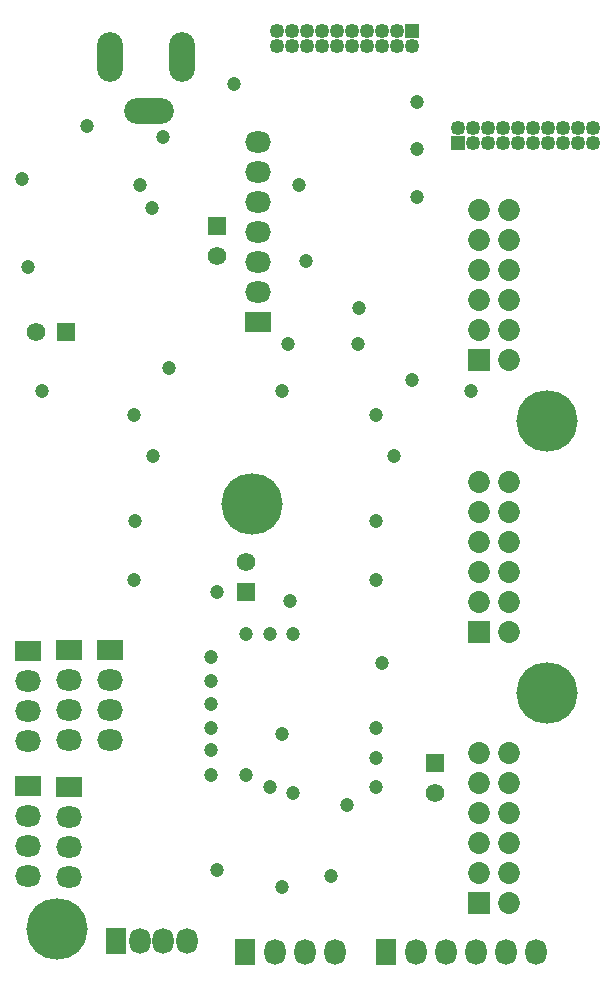
<source format=gbr>
%TF.GenerationSoftware,Altium Limited,Altium Designer,21.2.1 (34)*%
G04 Layer_Color=16711935*
%FSLAX45Y45*%
%MOMM*%
%TF.SameCoordinates,1A5297F3-7C59-4284-9812-4E6276DD2B67*%
%TF.FilePolarity,Negative*%
%TF.FileFunction,Soldermask,Bot*%
%TF.Part,Single*%
G01*
G75*
%TA.AperFunction,ComponentPad*%
%ADD40R,1.57000X1.57000*%
%ADD41C,1.57000*%
%ADD44R,1.57000X1.57000*%
%ADD47C,1.25320*%
%ADD48R,1.25320X1.25320*%
%ADD49R,2.20320X1.80320*%
%ADD50O,2.20320X1.80320*%
%ADD51O,1.80320X2.20320*%
%ADD52R,1.80320X2.20320*%
%ADD53O,4.20320X2.20320*%
%ADD54O,2.20320X4.20320*%
%ADD55R,1.85320X1.85320*%
%ADD56C,1.85320*%
%TA.AperFunction,ViaPad*%
%ADD57C,5.20320*%
%ADD58C,1.20320*%
D40*
X477000Y5400000D02*
D03*
D41*
X223000D02*
D03*
X1750000Y6046000D02*
D03*
X3600000Y1496000D02*
D03*
X2000000Y3454000D02*
D03*
D44*
X1750000Y6300000D02*
D03*
X3600000Y1750000D02*
D03*
X2000000Y3200000D02*
D03*
D47*
X4935000Y7127000D02*
D03*
Y7000000D02*
D03*
X4808000Y7127000D02*
D03*
Y7000000D02*
D03*
X4681000Y7127000D02*
D03*
Y7000000D02*
D03*
X4554000Y7127000D02*
D03*
Y7000000D02*
D03*
X4427000Y7127000D02*
D03*
X4300000D02*
D03*
Y7000000D02*
D03*
X4173000Y7127000D02*
D03*
Y7000000D02*
D03*
X4046000Y7127000D02*
D03*
Y7000000D02*
D03*
X3919000Y7127000D02*
D03*
Y7000000D02*
D03*
X3792000Y7127000D02*
D03*
X4427000Y7000000D02*
D03*
X2265000Y7823000D02*
D03*
Y7950000D02*
D03*
X2392000Y7823000D02*
D03*
Y7950000D02*
D03*
X2519000Y7823000D02*
D03*
Y7950000D02*
D03*
X2646000Y7823000D02*
D03*
Y7950000D02*
D03*
X2773000Y7823000D02*
D03*
X2900000D02*
D03*
Y7950000D02*
D03*
X3027000Y7823000D02*
D03*
Y7950000D02*
D03*
X3154000Y7823000D02*
D03*
Y7950000D02*
D03*
X3281000Y7823000D02*
D03*
Y7950000D02*
D03*
X3408000Y7823000D02*
D03*
X2773000Y7950000D02*
D03*
D48*
X3792000Y7000000D02*
D03*
X3408000Y7950000D02*
D03*
D49*
X2100000Y5484000D02*
D03*
X500000Y2708000D02*
D03*
X850000Y2712000D02*
D03*
X150000Y2704000D02*
D03*
X500000Y1554000D02*
D03*
X150000Y1562000D02*
D03*
D50*
X2100000Y5738000D02*
D03*
Y5992000D02*
D03*
Y6246000D02*
D03*
Y6500000D02*
D03*
Y6754000D02*
D03*
Y7008000D02*
D03*
X500000Y1946000D02*
D03*
Y2200000D02*
D03*
Y2454000D02*
D03*
X850000Y1950000D02*
D03*
Y2204000D02*
D03*
Y2458000D02*
D03*
X150000Y2450000D02*
D03*
Y2196000D02*
D03*
Y1942000D02*
D03*
X500000Y792000D02*
D03*
Y1046000D02*
D03*
Y1300000D02*
D03*
X150000Y800000D02*
D03*
Y1054000D02*
D03*
Y1308000D02*
D03*
D51*
X4458000Y150000D02*
D03*
X4204000D02*
D03*
X3950000D02*
D03*
X3696000D02*
D03*
X3442000D02*
D03*
X1500000Y250000D02*
D03*
X1300000D02*
D03*
X1100000D02*
D03*
X2242000Y150000D02*
D03*
X2496000D02*
D03*
X2750000D02*
D03*
D52*
X3188000D02*
D03*
X900000Y250000D02*
D03*
X1988000Y150000D02*
D03*
D53*
X1175000Y7270000D02*
D03*
D54*
X1455000Y7730000D02*
D03*
X845000D02*
D03*
D55*
X3973000Y565000D02*
D03*
Y5165000D02*
D03*
Y2865000D02*
D03*
D56*
Y819000D02*
D03*
X4227000Y565000D02*
D03*
Y819000D02*
D03*
X3973000Y1327000D02*
D03*
X4227000D02*
D03*
X3973000Y1835000D02*
D03*
X4227000D02*
D03*
Y1581000D02*
D03*
X3973000D02*
D03*
X4227000Y1073000D02*
D03*
X3973000D02*
D03*
Y5419000D02*
D03*
X4227000Y5165000D02*
D03*
Y5419000D02*
D03*
X3973000Y5927000D02*
D03*
X4227000D02*
D03*
X3973000Y6435000D02*
D03*
X4227000D02*
D03*
Y6181000D02*
D03*
X3973000D02*
D03*
X4227000Y5673000D02*
D03*
X3973000D02*
D03*
Y3119000D02*
D03*
X4227000Y2865000D02*
D03*
Y3119000D02*
D03*
X3973000Y3627000D02*
D03*
X4227000D02*
D03*
X3973000Y4135000D02*
D03*
X4227000D02*
D03*
Y3881000D02*
D03*
X3973000D02*
D03*
X4227000Y3373000D02*
D03*
X3973000D02*
D03*
D57*
X2050000Y3950000D02*
D03*
X400000Y350000D02*
D03*
X4550000Y4650000D02*
D03*
Y2350000D02*
D03*
D58*
X2350000Y5300000D02*
D03*
X2504627Y6000000D02*
D03*
X3100000Y1550000D02*
D03*
X2717141Y800000D02*
D03*
X2953174Y5603174D02*
D03*
X3400000Y5000000D02*
D03*
X1900000Y7500000D02*
D03*
X1300000Y7050000D02*
D03*
X2369360Y3122209D02*
D03*
X3150000Y2600000D02*
D03*
X3100000Y1800000D02*
D03*
Y2050000D02*
D03*
X2000000Y1650000D02*
D03*
X2200000Y1550000D02*
D03*
X1700000Y1650000D02*
D03*
Y1866128D02*
D03*
Y2050000D02*
D03*
Y2250000D02*
D03*
Y2450000D02*
D03*
Y2650000D02*
D03*
X2400000Y2850000D02*
D03*
X2200000D02*
D03*
X2000000D02*
D03*
X2400000Y1500000D02*
D03*
X1750000Y850000D02*
D03*
X2450000Y6650000D02*
D03*
X3100000Y3800001D02*
D03*
X1350000Y5100000D02*
D03*
X1100000Y6650000D02*
D03*
X650000Y7150000D02*
D03*
X1200000Y6450000D02*
D03*
X100000Y6700000D02*
D03*
X150000Y5950000D02*
D03*
X3450000Y6950000D02*
D03*
X2300000Y700000D02*
D03*
X2850000Y1400000D02*
D03*
X2300000Y2000000D02*
D03*
X2950000Y5300000D02*
D03*
X3450000Y7350000D02*
D03*
X3100000Y3300000D02*
D03*
X3900000Y4900000D02*
D03*
X3100000Y4700000D02*
D03*
X2300000Y4900001D02*
D03*
X3250000Y4350001D02*
D03*
X1208708Y4356207D02*
D03*
X1058708Y3806207D02*
D03*
X1050000Y3300000D02*
D03*
X268083Y4904375D02*
D03*
X1050000Y4700000D02*
D03*
X1750000Y3200000D02*
D03*
X3450000Y6550000D02*
D03*
%TF.MD5,41d9afbdf4d83369a9be70cc5e6d139d*%
M02*

</source>
